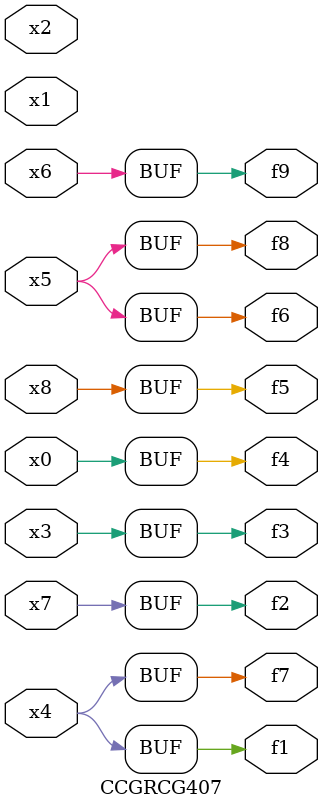
<source format=v>
module CCGRCG407(
	input x0, x1, x2, x3, x4, x5, x6, x7, x8,
	output f1, f2, f3, f4, f5, f6, f7, f8, f9
);
	assign f1 = x4;
	assign f2 = x7;
	assign f3 = x3;
	assign f4 = x0;
	assign f5 = x8;
	assign f6 = x5;
	assign f7 = x4;
	assign f8 = x5;
	assign f9 = x6;
endmodule

</source>
